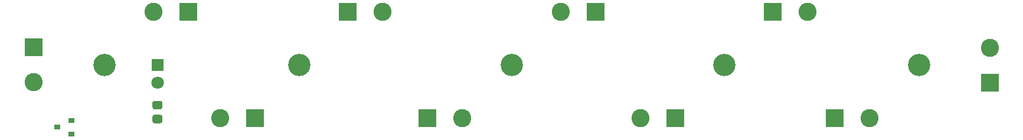
<source format=gbr>
%TF.GenerationSoftware,KiCad,Pcbnew,(5.1.8)-1*%
%TF.CreationDate,2024-07-21T00:44:15+03:00*%
%TF.ProjectId,PwrBus,50777242-7573-42e6-9b69-6361645f7063,rev?*%
%TF.SameCoordinates,Original*%
%TF.FileFunction,Soldermask,Bot*%
%TF.FilePolarity,Negative*%
%FSLAX46Y46*%
G04 Gerber Fmt 4.6, Leading zero omitted, Abs format (unit mm)*
G04 Created by KiCad (PCBNEW (5.1.8)-1) date 2024-07-21 00:44:15*
%MOMM*%
%LPD*%
G01*
G04 APERTURE LIST*
%ADD10C,1.800000*%
%ADD11R,1.800000X1.800000*%
%ADD12C,2.600000*%
%ADD13R,2.600000X2.600000*%
%ADD14C,3.200000*%
%ADD15R,0.900000X0.800000*%
G04 APERTURE END LIST*
%TO.C,R1*%
G36*
G01*
X37280001Y-31715000D02*
X36379999Y-31715000D01*
G75*
G02*
X36130000Y-31465001I0J249999D01*
G01*
X36130000Y-30764999D01*
G75*
G02*
X36379999Y-30515000I249999J0D01*
G01*
X37280001Y-30515000D01*
G75*
G02*
X37530000Y-30764999I0J-249999D01*
G01*
X37530000Y-31465001D01*
G75*
G02*
X37280001Y-31715000I-249999J0D01*
G01*
G37*
G36*
G01*
X37280001Y-33715000D02*
X36379999Y-33715000D01*
G75*
G02*
X36130000Y-33465001I0J249999D01*
G01*
X36130000Y-32764999D01*
G75*
G02*
X36379999Y-32515000I249999J0D01*
G01*
X37280001Y-32515000D01*
G75*
G02*
X37530000Y-32764999I0J-249999D01*
G01*
X37530000Y-33465001D01*
G75*
G02*
X37280001Y-33715000I-249999J0D01*
G01*
G37*
%TD*%
D10*
%TO.C,D1*%
X36830000Y-27940000D03*
D11*
X36830000Y-25400000D03*
%TD*%
D12*
%TO.C,J10*%
X156210000Y-22940000D03*
D13*
X156210000Y-27940000D03*
%TD*%
D12*
%TO.C,J9*%
X130095000Y-17780000D03*
D13*
X125095000Y-17780000D03*
%TD*%
D12*
%TO.C,J8*%
X138985000Y-33020000D03*
D13*
X133985000Y-33020000D03*
%TD*%
D14*
%TO.C,H5*%
X146050000Y-25400000D03*
%TD*%
%TO.C,H4*%
X118110000Y-25400000D03*
%TD*%
%TO.C,H3*%
X87630000Y-25400000D03*
%TD*%
%TO.C,H2*%
X57150000Y-25400000D03*
%TD*%
%TO.C,H1*%
X29210000Y-25400000D03*
%TD*%
D15*
%TO.C,Q1*%
X22495000Y-34290000D03*
X24495000Y-35240000D03*
X24495000Y-33340000D03*
%TD*%
D12*
%TO.C,J7*%
X94695000Y-17780000D03*
D13*
X99695000Y-17780000D03*
%TD*%
D12*
%TO.C,J6*%
X106125000Y-33020000D03*
D13*
X111125000Y-33020000D03*
%TD*%
D12*
%TO.C,J5*%
X69135000Y-17780000D03*
D13*
X64135000Y-17780000D03*
%TD*%
D12*
%TO.C,J4*%
X80565000Y-33020000D03*
D13*
X75565000Y-33020000D03*
%TD*%
D12*
%TO.C,J3*%
X36275000Y-17780000D03*
D13*
X41275000Y-17780000D03*
%TD*%
D12*
%TO.C,J2*%
X45800000Y-33020000D03*
D13*
X50800000Y-33020000D03*
%TD*%
D12*
%TO.C,J1*%
X19050000Y-27860000D03*
D13*
X19050000Y-22860000D03*
%TD*%
M02*

</source>
